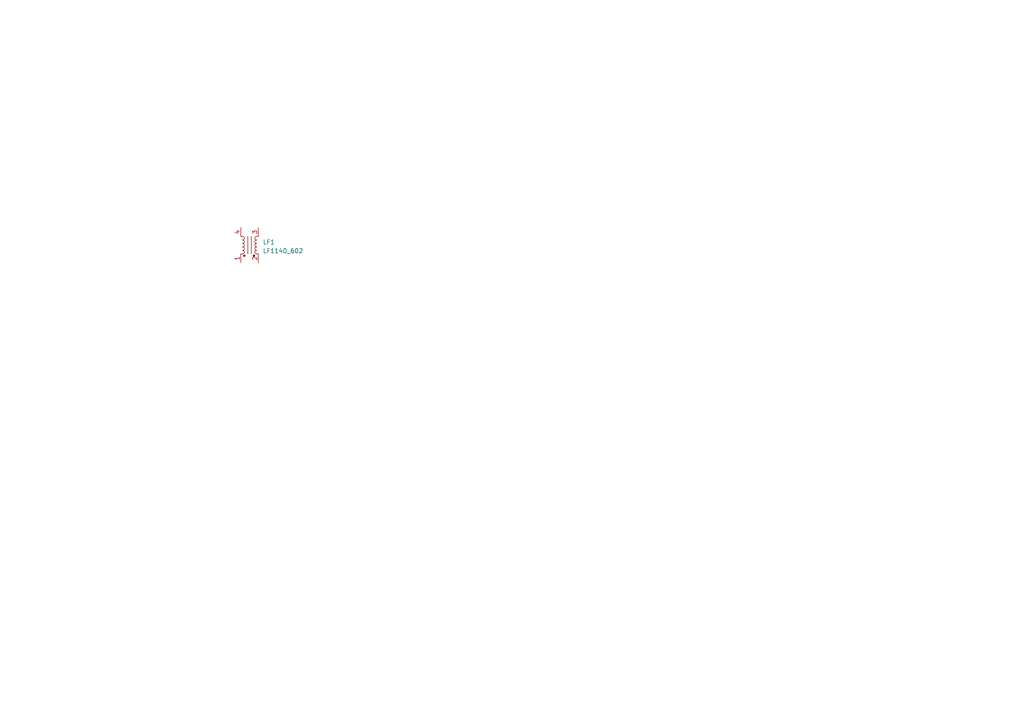
<source format=kicad_sch>
(kicad_sch (version 20250114) (generator "eeschema") (generator_version "9.0")
  (paper "A4")
  (lib_symbols
    (symbol "04_MyLib_Passive:LF1140-602" (pin_names (hide yes))
      (property "Reference" "LF" (at 0 5.08 0))
      (property "Value" "LF1140_602" (at 0 -5.08 0))
      (symbol "LF1140-602_1_1"
        (circle (center -3.048 1.524) (radius 0.254) (fill (type outline)))
        (circle (center -3.048 -1.27) (radius 0.254) (fill (type outline)))
        (polyline (pts (xy -2.54 2.032) (xy -2.54 2.54)))
        (polyline (pts (xy -2.54 0.508) (xy 2.54 0.508)))
        (polyline (pts (xy -2.54 -2.032) (xy -2.54 -2.54)))
        (arc (start -1.524 2.032) (mid -2.032 1.5262) (end -2.54 2.032))
        (arc (start -2.54 -2.032) (mid -2.032 -1.5262) (end -1.524 -2.032))
        (arc (start -0.508 2.032) (mid -1.016 1.5262) (end -1.524 2.032))
        (arc (start -1.524 -2.032) (mid -1.016 -1.5262) (end -0.508 -2.032))
        (arc (start 0.508 2.032) (mid 0 1.5262) (end -0.508 2.032))
        (arc (start -0.508 -2.032) (mid 0 -1.5262) (end 0.508 -2.032))
        (arc (start 1.524 2.032) (mid 1.016 1.5262) (end 0.508 2.032))
        (arc (start 0.508 -2.032) (mid 1.016 -1.5262) (end 1.524 -2.032))
        (arc (start 2.54 2.032) (mid 2.032 1.5262) (end 1.524 2.032))
        (arc (start 1.524 -2.032) (mid 2.032 -1.5262) (end 2.54 -2.032))
        (polyline (pts (xy 2.54 2.54) (xy 2.54 2.032)))
        (polyline (pts (xy 2.54 -0.508) (xy -2.54 -0.508)))
        (polyline (pts (xy 2.54 -2.032) (xy 2.54 -2.54)))
        (pin passive line (at -5.08 2.54 0) (length 2.54) (name "1") (number "1"))
        (pin passive line (at -5.08 -2.54 0) (length 2.54) (name "2") (number "2"))
        (pin passive line (at 5.08 2.54 180) (length 2.54) (name "4") (number "4"))
        (pin passive line (at 5.08 -2.54 180) (length 2.54) (name "3") (number "3"))
      )
    )
  )
  (symbol (lib_id "04_MyLib_Passive:LF1140-602") (at 72.39 71.12 90) (unit 1)
    (property "Reference" "LF1" (at 76.2 70.231 90) (effects (justify right)))
    (property "Value" "LF1140_602" (at 76.2 72.771 90) (effects (justify right)))
    (property "Footprint" "04_MyFoot_Passive:LF1140" (effects (hide yes)))
  )
)
</source>
